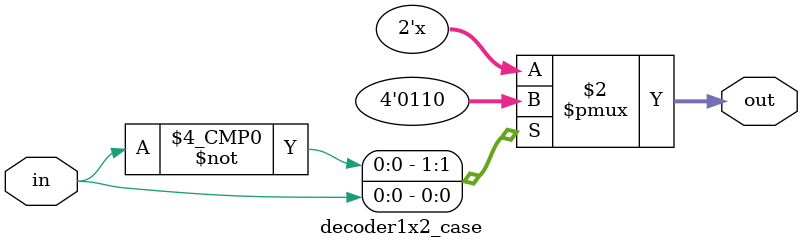
<source format=v>
`timescale 1ns / 1ps


module decoder1x2_case(input in,output reg [1:0]out );
always@*
begin
case(in)
1'b0:out=2'b01;
1'b1:out=2'b10;
default:out=2'bxx;
endcase
end
endmodule

</source>
